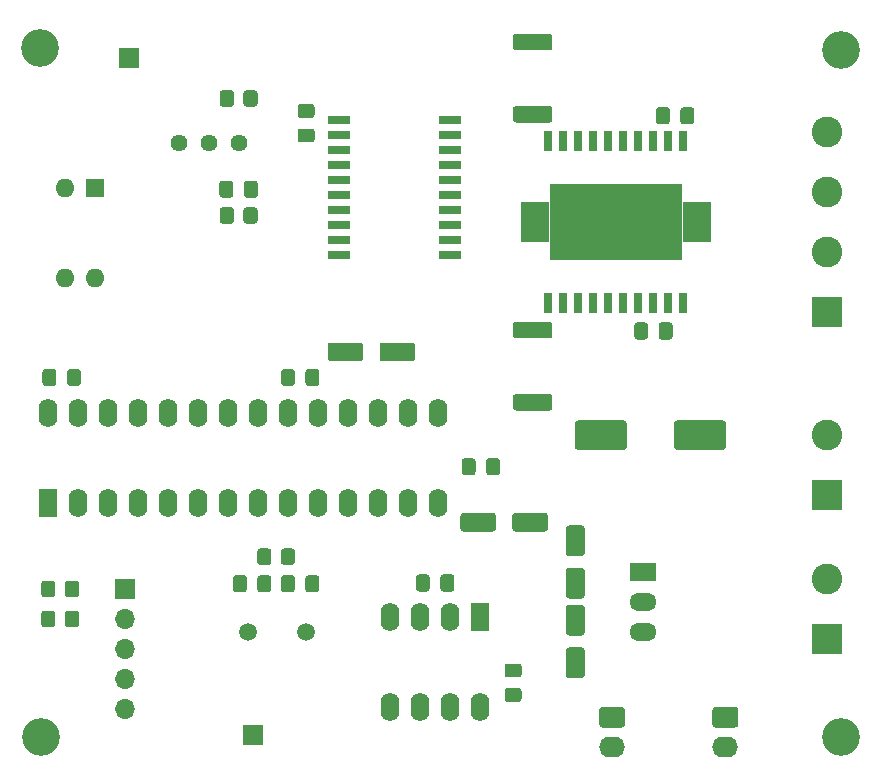
<source format=gbr>
%TF.GenerationSoftware,KiCad,Pcbnew,(5.1.10)-1*%
%TF.CreationDate,2022-05-23T16:08:43+02:00*%
%TF.ProjectId,Schrittmotoransteuerung2_0,53636872-6974-4746-9d6f-746f72616e73,rev?*%
%TF.SameCoordinates,Original*%
%TF.FileFunction,Soldermask,Top*%
%TF.FilePolarity,Negative*%
%FSLAX46Y46*%
G04 Gerber Fmt 4.6, Leading zero omitted, Abs format (unit mm)*
G04 Created by KiCad (PCBNEW (5.1.10)-1) date 2022-05-23 16:08:43*
%MOMM*%
%LPD*%
G01*
G04 APERTURE LIST*
%ADD10C,3.200000*%
%ADD11R,1.600000X2.400000*%
%ADD12O,1.600000X2.400000*%
%ADD13R,1.925000X0.700000*%
%ADD14O,2.190000X1.740000*%
%ADD15C,2.600000*%
%ADD16R,2.600000X2.600000*%
%ADD17R,1.700000X1.700000*%
%ADD18O,1.700000X1.700000*%
%ADD19C,1.440000*%
%ADD20R,1.600000X1.600000*%
%ADD21O,1.600000X1.600000*%
%ADD22R,2.300000X1.500000*%
%ADD23O,2.300000X1.500000*%
%ADD24C,1.500000*%
%ADD25R,0.700000X1.700000*%
%ADD26R,11.270000X6.400000*%
%ADD27R,2.415000X3.400000*%
G04 APERTURE END LIST*
%TO.C,C1*%
G36*
G01*
X82646500Y-81306000D02*
X83596500Y-81306000D01*
G75*
G02*
X83846500Y-81556000I0J-250000D01*
G01*
X83846500Y-82231000D01*
G75*
G02*
X83596500Y-82481000I-250000J0D01*
G01*
X82646500Y-82481000D01*
G75*
G02*
X82396500Y-82231000I0J250000D01*
G01*
X82396500Y-81556000D01*
G75*
G02*
X82646500Y-81306000I250000J0D01*
G01*
G37*
G36*
G01*
X82646500Y-83381000D02*
X83596500Y-83381000D01*
G75*
G02*
X83846500Y-83631000I0J-250000D01*
G01*
X83846500Y-84306000D01*
G75*
G02*
X83596500Y-84556000I-250000J0D01*
G01*
X82646500Y-84556000D01*
G75*
G02*
X82396500Y-84306000I0J250000D01*
G01*
X82396500Y-83631000D01*
G75*
G02*
X82646500Y-83381000I250000J0D01*
G01*
G37*
%TD*%
%TO.C,C2*%
G36*
G01*
X87842000Y-69607500D02*
X88942000Y-69607500D01*
G75*
G02*
X89192000Y-69857500I0J-250000D01*
G01*
X89192000Y-71957500D01*
G75*
G02*
X88942000Y-72207500I-250000J0D01*
G01*
X87842000Y-72207500D01*
G75*
G02*
X87592000Y-71957500I0J250000D01*
G01*
X87592000Y-69857500D01*
G75*
G02*
X87842000Y-69607500I250000J0D01*
G01*
G37*
G36*
G01*
X87842000Y-73207500D02*
X88942000Y-73207500D01*
G75*
G02*
X89192000Y-73457500I0J-250000D01*
G01*
X89192000Y-75557500D01*
G75*
G02*
X88942000Y-75807500I-250000J0D01*
G01*
X87842000Y-75807500D01*
G75*
G02*
X87592000Y-75557500I0J250000D01*
G01*
X87592000Y-73457500D01*
G75*
G02*
X87842000Y-73207500I250000J0D01*
G01*
G37*
%TD*%
%TO.C,C3*%
G36*
G01*
X88942000Y-78938500D02*
X87842000Y-78938500D01*
G75*
G02*
X87592000Y-78688500I0J250000D01*
G01*
X87592000Y-76588500D01*
G75*
G02*
X87842000Y-76338500I250000J0D01*
G01*
X88942000Y-76338500D01*
G75*
G02*
X89192000Y-76588500I0J-250000D01*
G01*
X89192000Y-78688500D01*
G75*
G02*
X88942000Y-78938500I-250000J0D01*
G01*
G37*
G36*
G01*
X88942000Y-82538500D02*
X87842000Y-82538500D01*
G75*
G02*
X87592000Y-82288500I0J250000D01*
G01*
X87592000Y-80188500D01*
G75*
G02*
X87842000Y-79938500I250000J0D01*
G01*
X88942000Y-79938500D01*
G75*
G02*
X89192000Y-80188500I0J-250000D01*
G01*
X89192000Y-82288500D01*
G75*
G02*
X88942000Y-82538500I-250000J0D01*
G01*
G37*
%TD*%
%TO.C,C4*%
G36*
G01*
X74892500Y-74960500D02*
X74892500Y-74010500D01*
G75*
G02*
X75142500Y-73760500I250000J0D01*
G01*
X75817500Y-73760500D01*
G75*
G02*
X76067500Y-74010500I0J-250000D01*
G01*
X76067500Y-74960500D01*
G75*
G02*
X75817500Y-75210500I-250000J0D01*
G01*
X75142500Y-75210500D01*
G75*
G02*
X74892500Y-74960500I0J250000D01*
G01*
G37*
G36*
G01*
X76967500Y-74960500D02*
X76967500Y-74010500D01*
G75*
G02*
X77217500Y-73760500I250000J0D01*
G01*
X77892500Y-73760500D01*
G75*
G02*
X78142500Y-74010500I0J-250000D01*
G01*
X78142500Y-74960500D01*
G75*
G02*
X77892500Y-75210500I-250000J0D01*
G01*
X77217500Y-75210500D01*
G75*
G02*
X76967500Y-74960500I0J250000D01*
G01*
G37*
%TD*%
%TO.C,C5*%
G36*
G01*
X80841000Y-65118000D02*
X80841000Y-64168000D01*
G75*
G02*
X81091000Y-63918000I250000J0D01*
G01*
X81766000Y-63918000D01*
G75*
G02*
X82016000Y-64168000I0J-250000D01*
G01*
X82016000Y-65118000D01*
G75*
G02*
X81766000Y-65368000I-250000J0D01*
G01*
X81091000Y-65368000D01*
G75*
G02*
X80841000Y-65118000I0J250000D01*
G01*
G37*
G36*
G01*
X78766000Y-65118000D02*
X78766000Y-64168000D01*
G75*
G02*
X79016000Y-63918000I250000J0D01*
G01*
X79691000Y-63918000D01*
G75*
G02*
X79941000Y-64168000I0J-250000D01*
G01*
X79941000Y-65118000D01*
G75*
G02*
X79691000Y-65368000I-250000J0D01*
G01*
X79016000Y-65368000D01*
G75*
G02*
X78766000Y-65118000I0J250000D01*
G01*
G37*
%TD*%
%TO.C,C6*%
G36*
G01*
X62648500Y-74074000D02*
X62648500Y-75024000D01*
G75*
G02*
X62398500Y-75274000I-250000J0D01*
G01*
X61723500Y-75274000D01*
G75*
G02*
X61473500Y-75024000I0J250000D01*
G01*
X61473500Y-74074000D01*
G75*
G02*
X61723500Y-73824000I250000J0D01*
G01*
X62398500Y-73824000D01*
G75*
G02*
X62648500Y-74074000I0J-250000D01*
G01*
G37*
G36*
G01*
X60573500Y-74074000D02*
X60573500Y-75024000D01*
G75*
G02*
X60323500Y-75274000I-250000J0D01*
G01*
X59648500Y-75274000D01*
G75*
G02*
X59398500Y-75024000I0J250000D01*
G01*
X59398500Y-74074000D01*
G75*
G02*
X59648500Y-73824000I250000J0D01*
G01*
X60323500Y-73824000D01*
G75*
G02*
X60573500Y-74074000I0J-250000D01*
G01*
G37*
%TD*%
%TO.C,C7*%
G36*
G01*
X65537500Y-75024000D02*
X65537500Y-74074000D01*
G75*
G02*
X65787500Y-73824000I250000J0D01*
G01*
X66462500Y-73824000D01*
G75*
G02*
X66712500Y-74074000I0J-250000D01*
G01*
X66712500Y-75024000D01*
G75*
G02*
X66462500Y-75274000I-250000J0D01*
G01*
X65787500Y-75274000D01*
G75*
G02*
X65537500Y-75024000I0J250000D01*
G01*
G37*
G36*
G01*
X63462500Y-75024000D02*
X63462500Y-74074000D01*
G75*
G02*
X63712500Y-73824000I250000J0D01*
G01*
X64387500Y-73824000D01*
G75*
G02*
X64637500Y-74074000I0J-250000D01*
G01*
X64637500Y-75024000D01*
G75*
G02*
X64387500Y-75274000I-250000J0D01*
G01*
X63712500Y-75274000D01*
G75*
G02*
X63462500Y-75024000I0J250000D01*
G01*
G37*
%TD*%
%TO.C,C8*%
G36*
G01*
X65537500Y-57561500D02*
X65537500Y-56611500D01*
G75*
G02*
X65787500Y-56361500I250000J0D01*
G01*
X66462500Y-56361500D01*
G75*
G02*
X66712500Y-56611500I0J-250000D01*
G01*
X66712500Y-57561500D01*
G75*
G02*
X66462500Y-57811500I-250000J0D01*
G01*
X65787500Y-57811500D01*
G75*
G02*
X65537500Y-57561500I0J250000D01*
G01*
G37*
G36*
G01*
X63462500Y-57561500D02*
X63462500Y-56611500D01*
G75*
G02*
X63712500Y-56361500I250000J0D01*
G01*
X64387500Y-56361500D01*
G75*
G02*
X64637500Y-56611500I0J-250000D01*
G01*
X64637500Y-57561500D01*
G75*
G02*
X64387500Y-57811500I-250000J0D01*
G01*
X63712500Y-57811500D01*
G75*
G02*
X63462500Y-57561500I0J250000D01*
G01*
G37*
%TD*%
%TO.C,C9*%
G36*
G01*
X67420000Y-55477500D02*
X67420000Y-54377500D01*
G75*
G02*
X67670000Y-54127500I250000J0D01*
G01*
X70170000Y-54127500D01*
G75*
G02*
X70420000Y-54377500I0J-250000D01*
G01*
X70420000Y-55477500D01*
G75*
G02*
X70170000Y-55727500I-250000J0D01*
G01*
X67670000Y-55727500D01*
G75*
G02*
X67420000Y-55477500I0J250000D01*
G01*
G37*
G36*
G01*
X71820000Y-55477500D02*
X71820000Y-54377500D01*
G75*
G02*
X72070000Y-54127500I250000J0D01*
G01*
X74570000Y-54127500D01*
G75*
G02*
X74820000Y-54377500I0J-250000D01*
G01*
X74820000Y-55477500D01*
G75*
G02*
X74570000Y-55727500I-250000J0D01*
G01*
X72070000Y-55727500D01*
G75*
G02*
X71820000Y-55477500I0J250000D01*
G01*
G37*
%TD*%
%TO.C,C10*%
G36*
G01*
X83059500Y-69892000D02*
X83059500Y-68792000D01*
G75*
G02*
X83309500Y-68542000I250000J0D01*
G01*
X85809500Y-68542000D01*
G75*
G02*
X86059500Y-68792000I0J-250000D01*
G01*
X86059500Y-69892000D01*
G75*
G02*
X85809500Y-70142000I-250000J0D01*
G01*
X83309500Y-70142000D01*
G75*
G02*
X83059500Y-69892000I0J250000D01*
G01*
G37*
G36*
G01*
X78659500Y-69892000D02*
X78659500Y-68792000D01*
G75*
G02*
X78909500Y-68542000I250000J0D01*
G01*
X81409500Y-68542000D01*
G75*
G02*
X81659500Y-68792000I0J-250000D01*
G01*
X81659500Y-69892000D01*
G75*
G02*
X81409500Y-70142000I-250000J0D01*
G01*
X78909500Y-70142000D01*
G75*
G02*
X78659500Y-69892000I0J250000D01*
G01*
G37*
%TD*%
%TO.C,C11*%
G36*
G01*
X43269500Y-57561500D02*
X43269500Y-56611500D01*
G75*
G02*
X43519500Y-56361500I250000J0D01*
G01*
X44194500Y-56361500D01*
G75*
G02*
X44444500Y-56611500I0J-250000D01*
G01*
X44444500Y-57561500D01*
G75*
G02*
X44194500Y-57811500I-250000J0D01*
G01*
X43519500Y-57811500D01*
G75*
G02*
X43269500Y-57561500I0J250000D01*
G01*
G37*
G36*
G01*
X45344500Y-57561500D02*
X45344500Y-56611500D01*
G75*
G02*
X45594500Y-56361500I250000J0D01*
G01*
X46269500Y-56361500D01*
G75*
G02*
X46519500Y-56611500I0J-250000D01*
G01*
X46519500Y-57561500D01*
G75*
G02*
X46269500Y-57811500I-250000J0D01*
G01*
X45594500Y-57811500D01*
G75*
G02*
X45344500Y-57561500I0J250000D01*
G01*
G37*
%TD*%
%TO.C,C12*%
G36*
G01*
X96387500Y-34450000D02*
X96387500Y-35400000D01*
G75*
G02*
X96137500Y-35650000I-250000J0D01*
G01*
X95462500Y-35650000D01*
G75*
G02*
X95212500Y-35400000I0J250000D01*
G01*
X95212500Y-34450000D01*
G75*
G02*
X95462500Y-34200000I250000J0D01*
G01*
X96137500Y-34200000D01*
G75*
G02*
X96387500Y-34450000I0J-250000D01*
G01*
G37*
G36*
G01*
X98462500Y-34450000D02*
X98462500Y-35400000D01*
G75*
G02*
X98212500Y-35650000I-250000J0D01*
G01*
X97537500Y-35650000D01*
G75*
G02*
X97287500Y-35400000I0J250000D01*
G01*
X97287500Y-34450000D01*
G75*
G02*
X97537500Y-34200000I250000J0D01*
G01*
X98212500Y-34200000D01*
G75*
G02*
X98462500Y-34450000I0J-250000D01*
G01*
G37*
%TD*%
%TO.C,C13*%
G36*
G01*
X88342000Y-62976000D02*
X88342000Y-60976000D01*
G75*
G02*
X88592000Y-60726000I250000J0D01*
G01*
X92492000Y-60726000D01*
G75*
G02*
X92742000Y-60976000I0J-250000D01*
G01*
X92742000Y-62976000D01*
G75*
G02*
X92492000Y-63226000I-250000J0D01*
G01*
X88592000Y-63226000D01*
G75*
G02*
X88342000Y-62976000I0J250000D01*
G01*
G37*
G36*
G01*
X96742000Y-62976000D02*
X96742000Y-60976000D01*
G75*
G02*
X96992000Y-60726000I250000J0D01*
G01*
X100892000Y-60726000D01*
G75*
G02*
X101142000Y-60976000I0J-250000D01*
G01*
X101142000Y-62976000D01*
G75*
G02*
X100892000Y-63226000I-250000J0D01*
G01*
X96992000Y-63226000D01*
G75*
G02*
X96742000Y-62976000I0J250000D01*
G01*
G37*
%TD*%
%TO.C,C14*%
G36*
G01*
X93371000Y-53624500D02*
X93371000Y-52674500D01*
G75*
G02*
X93621000Y-52424500I250000J0D01*
G01*
X94296000Y-52424500D01*
G75*
G02*
X94546000Y-52674500I0J-250000D01*
G01*
X94546000Y-53624500D01*
G75*
G02*
X94296000Y-53874500I-250000J0D01*
G01*
X93621000Y-53874500D01*
G75*
G02*
X93371000Y-53624500I0J250000D01*
G01*
G37*
G36*
G01*
X95446000Y-53624500D02*
X95446000Y-52674500D01*
G75*
G02*
X95696000Y-52424500I250000J0D01*
G01*
X96371000Y-52424500D01*
G75*
G02*
X96621000Y-52674500I0J-250000D01*
G01*
X96621000Y-53624500D01*
G75*
G02*
X96371000Y-53874500I-250000J0D01*
G01*
X95696000Y-53874500D01*
G75*
G02*
X95446000Y-53624500I0J250000D01*
G01*
G37*
%TD*%
%TO.C,C15*%
G36*
G01*
X65120500Y-36010000D02*
X66070500Y-36010000D01*
G75*
G02*
X66320500Y-36260000I0J-250000D01*
G01*
X66320500Y-36935000D01*
G75*
G02*
X66070500Y-37185000I-250000J0D01*
G01*
X65120500Y-37185000D01*
G75*
G02*
X64870500Y-36935000I0J250000D01*
G01*
X64870500Y-36260000D01*
G75*
G02*
X65120500Y-36010000I250000J0D01*
G01*
G37*
G36*
G01*
X65120500Y-33935000D02*
X66070500Y-33935000D01*
G75*
G02*
X66320500Y-34185000I0J-250000D01*
G01*
X66320500Y-34860000D01*
G75*
G02*
X66070500Y-35110000I-250000J0D01*
G01*
X65120500Y-35110000D01*
G75*
G02*
X64870500Y-34860000I0J250000D01*
G01*
X64870500Y-34185000D01*
G75*
G02*
X65120500Y-33935000I250000J0D01*
G01*
G37*
%TD*%
D10*
%TO.C,H1*%
X43116500Y-87503000D03*
%TD*%
%TO.C,H2*%
X110871000Y-29400500D03*
%TD*%
%TO.C,H3*%
X110871000Y-87503000D03*
%TD*%
%TO.C,H4*%
X43053000Y-29210000D03*
%TD*%
D11*
%TO.C,IC1*%
X80327500Y-77406500D03*
D12*
X72707500Y-85026500D03*
X77787500Y-77406500D03*
X75247500Y-85026500D03*
X75247500Y-77406500D03*
X77787500Y-85026500D03*
X72707500Y-77406500D03*
X80327500Y-85026500D03*
%TD*%
D11*
%TO.C,IC2*%
X43751500Y-67754500D03*
D12*
X76771500Y-60134500D03*
X46291500Y-67754500D03*
X74231500Y-60134500D03*
X48831500Y-67754500D03*
X71691500Y-60134500D03*
X51371500Y-67754500D03*
X69151500Y-60134500D03*
X53911500Y-67754500D03*
X66611500Y-60134500D03*
X56451500Y-67754500D03*
X64071500Y-60134500D03*
X58991500Y-67754500D03*
X61531500Y-60134500D03*
X61531500Y-67754500D03*
X58991500Y-60134500D03*
X64071500Y-67754500D03*
X56451500Y-60134500D03*
X66611500Y-67754500D03*
X53911500Y-60134500D03*
X69151500Y-67754500D03*
X51371500Y-60134500D03*
X71691500Y-67754500D03*
X48831500Y-60134500D03*
X74231500Y-67754500D03*
X46291500Y-60134500D03*
X76771500Y-67754500D03*
X43751500Y-60134500D03*
%TD*%
D13*
%TO.C,IC4*%
X77800500Y-46736000D03*
X77800500Y-45466000D03*
X77800500Y-44196000D03*
X77800500Y-42926000D03*
X77800500Y-41656000D03*
X77800500Y-40386000D03*
X77800500Y-39116000D03*
X77800500Y-37846000D03*
X77800500Y-36576000D03*
X77800500Y-35306000D03*
X68376500Y-35306000D03*
X68376500Y-36576000D03*
X68376500Y-37846000D03*
X68376500Y-39116000D03*
X68376500Y-40386000D03*
X68376500Y-41656000D03*
X68376500Y-42926000D03*
X68376500Y-44196000D03*
X68376500Y-45466000D03*
X68376500Y-46736000D03*
%TD*%
%TO.C,J1*%
G36*
G01*
X90658499Y-84982000D02*
X92348501Y-84982000D01*
G75*
G02*
X92598500Y-85231999I0J-249999D01*
G01*
X92598500Y-86472001D01*
G75*
G02*
X92348501Y-86722000I-249999J0D01*
G01*
X90658499Y-86722000D01*
G75*
G02*
X90408500Y-86472001I0J249999D01*
G01*
X90408500Y-85231999D01*
G75*
G02*
X90658499Y-84982000I249999J0D01*
G01*
G37*
D14*
X91503500Y-88392000D03*
%TD*%
D15*
%TO.C,J2*%
X109728000Y-74168000D03*
D16*
X109728000Y-79248000D03*
%TD*%
D14*
%TO.C,J3*%
X101092000Y-88392000D03*
G36*
G01*
X100246999Y-84982000D02*
X101937001Y-84982000D01*
G75*
G02*
X102187000Y-85231999I0J-249999D01*
G01*
X102187000Y-86472001D01*
G75*
G02*
X101937001Y-86722000I-249999J0D01*
G01*
X100246999Y-86722000D01*
G75*
G02*
X99997000Y-86472001I0J249999D01*
G01*
X99997000Y-85231999D01*
G75*
G02*
X100246999Y-84982000I249999J0D01*
G01*
G37*
%TD*%
D16*
%TO.C,J4*%
X109728000Y-67056000D03*
D15*
X109728000Y-61976000D03*
%TD*%
D17*
%TO.C,J5*%
X61087000Y-87376000D03*
%TD*%
%TO.C,J6*%
X50609500Y-30035500D03*
%TD*%
%TO.C,J8*%
X50292000Y-74993500D03*
D18*
X50292000Y-77533500D03*
X50292000Y-80073500D03*
X50292000Y-82613500D03*
X50292000Y-85153500D03*
%TD*%
D16*
%TO.C,J9*%
X109728000Y-51562000D03*
D15*
X109728000Y-46482000D03*
X109728000Y-41402000D03*
X109728000Y-36322000D03*
%TD*%
%TO.C,R1*%
G36*
G01*
X62655500Y-71812999D02*
X62655500Y-72713001D01*
G75*
G02*
X62405501Y-72963000I-249999J0D01*
G01*
X61705499Y-72963000D01*
G75*
G02*
X61455500Y-72713001I0J249999D01*
G01*
X61455500Y-71812999D01*
G75*
G02*
X61705499Y-71563000I249999J0D01*
G01*
X62405501Y-71563000D01*
G75*
G02*
X62655500Y-71812999I0J-249999D01*
G01*
G37*
G36*
G01*
X64655500Y-71812999D02*
X64655500Y-72713001D01*
G75*
G02*
X64405501Y-72963000I-249999J0D01*
G01*
X63705499Y-72963000D01*
G75*
G02*
X63455500Y-72713001I0J249999D01*
G01*
X63455500Y-71812999D01*
G75*
G02*
X63705499Y-71563000I249999J0D01*
G01*
X64405501Y-71563000D01*
G75*
G02*
X64655500Y-71812999I0J-249999D01*
G01*
G37*
%TD*%
%TO.C,R2*%
G36*
G01*
X43167500Y-77983501D02*
X43167500Y-77083499D01*
G75*
G02*
X43417499Y-76833500I249999J0D01*
G01*
X44117501Y-76833500D01*
G75*
G02*
X44367500Y-77083499I0J-249999D01*
G01*
X44367500Y-77983501D01*
G75*
G02*
X44117501Y-78233500I-249999J0D01*
G01*
X43417499Y-78233500D01*
G75*
G02*
X43167500Y-77983501I0J249999D01*
G01*
G37*
G36*
G01*
X45167500Y-77983501D02*
X45167500Y-77083499D01*
G75*
G02*
X45417499Y-76833500I249999J0D01*
G01*
X46117501Y-76833500D01*
G75*
G02*
X46367500Y-77083499I0J-249999D01*
G01*
X46367500Y-77983501D01*
G75*
G02*
X46117501Y-78233500I-249999J0D01*
G01*
X45417499Y-78233500D01*
G75*
G02*
X45167500Y-77983501I0J249999D01*
G01*
G37*
%TD*%
%TO.C,R3*%
G36*
G01*
X43167500Y-75443501D02*
X43167500Y-74543499D01*
G75*
G02*
X43417499Y-74293500I249999J0D01*
G01*
X44117501Y-74293500D01*
G75*
G02*
X44367500Y-74543499I0J-249999D01*
G01*
X44367500Y-75443501D01*
G75*
G02*
X44117501Y-75693500I-249999J0D01*
G01*
X43417499Y-75693500D01*
G75*
G02*
X43167500Y-75443501I0J249999D01*
G01*
G37*
G36*
G01*
X45167500Y-75443501D02*
X45167500Y-74543499D01*
G75*
G02*
X45417499Y-74293500I249999J0D01*
G01*
X46117501Y-74293500D01*
G75*
G02*
X46367500Y-74543499I0J-249999D01*
G01*
X46367500Y-75443501D01*
G75*
G02*
X46117501Y-75693500I-249999J0D01*
G01*
X45417499Y-75693500D01*
G75*
G02*
X45167500Y-75443501I0J249999D01*
G01*
G37*
%TD*%
%TO.C,R4*%
G36*
G01*
X86197501Y-53784000D02*
X83347499Y-53784000D01*
G75*
G02*
X83097500Y-53534001I0J249999D01*
G01*
X83097500Y-52633999D01*
G75*
G02*
X83347499Y-52384000I249999J0D01*
G01*
X86197501Y-52384000D01*
G75*
G02*
X86447500Y-52633999I0J-249999D01*
G01*
X86447500Y-53534001D01*
G75*
G02*
X86197501Y-53784000I-249999J0D01*
G01*
G37*
G36*
G01*
X86197501Y-59884000D02*
X83347499Y-59884000D01*
G75*
G02*
X83097500Y-59634001I0J249999D01*
G01*
X83097500Y-58733999D01*
G75*
G02*
X83347499Y-58484000I249999J0D01*
G01*
X86197501Y-58484000D01*
G75*
G02*
X86447500Y-58733999I0J-249999D01*
G01*
X86447500Y-59634001D01*
G75*
G02*
X86197501Y-59884000I-249999J0D01*
G01*
G37*
%TD*%
%TO.C,R5*%
G36*
G01*
X58280500Y-33914501D02*
X58280500Y-33014499D01*
G75*
G02*
X58530499Y-32764500I249999J0D01*
G01*
X59230501Y-32764500D01*
G75*
G02*
X59480500Y-33014499I0J-249999D01*
G01*
X59480500Y-33914501D01*
G75*
G02*
X59230501Y-34164500I-249999J0D01*
G01*
X58530499Y-34164500D01*
G75*
G02*
X58280500Y-33914501I0J249999D01*
G01*
G37*
G36*
G01*
X60280500Y-33914501D02*
X60280500Y-33014499D01*
G75*
G02*
X60530499Y-32764500I249999J0D01*
G01*
X61230501Y-32764500D01*
G75*
G02*
X61480500Y-33014499I0J-249999D01*
G01*
X61480500Y-33914501D01*
G75*
G02*
X61230501Y-34164500I-249999J0D01*
G01*
X60530499Y-34164500D01*
G75*
G02*
X60280500Y-33914501I0J249999D01*
G01*
G37*
%TD*%
%TO.C,R6*%
G36*
G01*
X86197501Y-35500000D02*
X83347499Y-35500000D01*
G75*
G02*
X83097500Y-35250001I0J249999D01*
G01*
X83097500Y-34349999D01*
G75*
G02*
X83347499Y-34100000I249999J0D01*
G01*
X86197501Y-34100000D01*
G75*
G02*
X86447500Y-34349999I0J-249999D01*
G01*
X86447500Y-35250001D01*
G75*
G02*
X86197501Y-35500000I-249999J0D01*
G01*
G37*
G36*
G01*
X86197501Y-29400000D02*
X83347499Y-29400000D01*
G75*
G02*
X83097500Y-29150001I0J249999D01*
G01*
X83097500Y-28249999D01*
G75*
G02*
X83347499Y-28000000I249999J0D01*
G01*
X86197501Y-28000000D01*
G75*
G02*
X86447500Y-28249999I0J-249999D01*
G01*
X86447500Y-29150001D01*
G75*
G02*
X86197501Y-29400000I-249999J0D01*
G01*
G37*
%TD*%
%TO.C,R7*%
G36*
G01*
X59480500Y-42920499D02*
X59480500Y-43820501D01*
G75*
G02*
X59230501Y-44070500I-249999J0D01*
G01*
X58530499Y-44070500D01*
G75*
G02*
X58280500Y-43820501I0J249999D01*
G01*
X58280500Y-42920499D01*
G75*
G02*
X58530499Y-42670500I249999J0D01*
G01*
X59230501Y-42670500D01*
G75*
G02*
X59480500Y-42920499I0J-249999D01*
G01*
G37*
G36*
G01*
X61480500Y-42920499D02*
X61480500Y-43820501D01*
G75*
G02*
X61230501Y-44070500I-249999J0D01*
G01*
X60530499Y-44070500D01*
G75*
G02*
X60280500Y-43820501I0J249999D01*
G01*
X60280500Y-42920499D01*
G75*
G02*
X60530499Y-42670500I249999J0D01*
G01*
X61230501Y-42670500D01*
G75*
G02*
X61480500Y-42920499I0J-249999D01*
G01*
G37*
%TD*%
D19*
%TO.C,RV10k1*%
X59880500Y-37274500D03*
X57340500Y-37274500D03*
X54800500Y-37274500D03*
%TD*%
D20*
%TO.C,SW1*%
X47688500Y-41084500D03*
D21*
X45148500Y-48704500D03*
X45148500Y-41084500D03*
X47688500Y-48704500D03*
%TD*%
D22*
%TO.C,U1*%
X94107000Y-73533000D03*
D23*
X94107000Y-76073000D03*
X94107000Y-78613000D03*
%TD*%
D24*
%TO.C,Y1*%
X60706000Y-78613000D03*
X65586000Y-78613000D03*
%TD*%
%TO.C,C16*%
G36*
G01*
X61505500Y-40673000D02*
X61505500Y-41623000D01*
G75*
G02*
X61255500Y-41873000I-250000J0D01*
G01*
X60580500Y-41873000D01*
G75*
G02*
X60330500Y-41623000I0J250000D01*
G01*
X60330500Y-40673000D01*
G75*
G02*
X60580500Y-40423000I250000J0D01*
G01*
X61255500Y-40423000D01*
G75*
G02*
X61505500Y-40673000I0J-250000D01*
G01*
G37*
G36*
G01*
X59430500Y-40673000D02*
X59430500Y-41623000D01*
G75*
G02*
X59180500Y-41873000I-250000J0D01*
G01*
X58505500Y-41873000D01*
G75*
G02*
X58255500Y-41623000I0J250000D01*
G01*
X58255500Y-40673000D01*
G75*
G02*
X58505500Y-40423000I250000J0D01*
G01*
X59180500Y-40423000D01*
G75*
G02*
X59430500Y-40673000I0J-250000D01*
G01*
G37*
%TD*%
D25*
%TO.C,IC3*%
X86106000Y-50792000D03*
D26*
X91821000Y-43942000D03*
D25*
X87376000Y-50792000D03*
X88646000Y-50792000D03*
X89916000Y-50792000D03*
X91186000Y-50792000D03*
X92456000Y-50792000D03*
X93726000Y-50792000D03*
X94996000Y-50792000D03*
X96266000Y-50792000D03*
X97536000Y-50792000D03*
X97536000Y-37092000D03*
X96266000Y-37092000D03*
X94996000Y-37092000D03*
X93726000Y-37092000D03*
X92456000Y-37092000D03*
X91186000Y-37092000D03*
X89916000Y-37092000D03*
X88646000Y-37092000D03*
X87376000Y-37092000D03*
X86106000Y-37092000D03*
D27*
X84978500Y-43942000D03*
X98663500Y-43942000D03*
%TD*%
M02*

</source>
